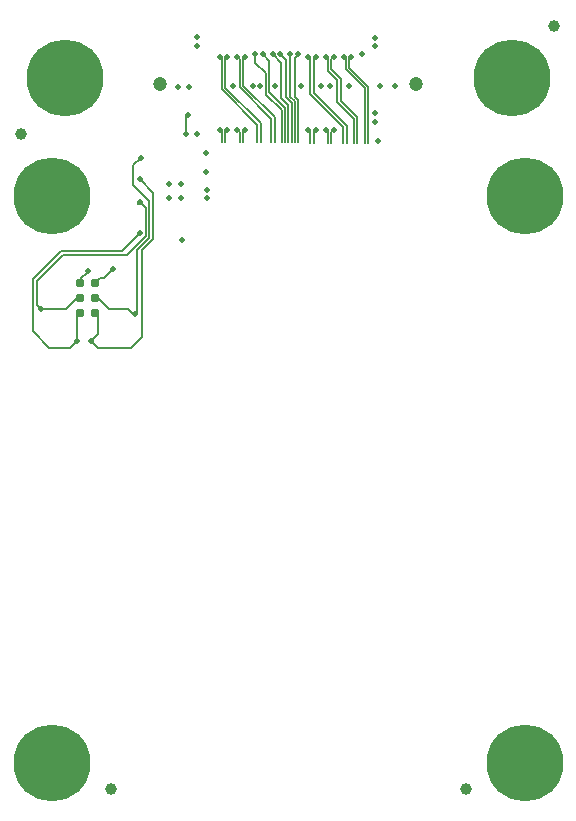
<source format=gbr>
%TF.GenerationSoftware,KiCad,Pcbnew,(6.0.7)*%
%TF.CreationDate,2022-08-04T11:05:02-07:00*%
%TF.ProjectId,SZG-TEMPLATE-TXR,535a472d-5445-44d5-904c-4154452d5458,A*%
%TF.SameCoordinates,Original*%
%TF.FileFunction,Copper,L1,Top*%
%TF.FilePolarity,Positive*%
%FSLAX46Y46*%
G04 Gerber Fmt 4.6, Leading zero omitted, Abs format (unit mm)*
G04 Created by KiCad (PCBNEW (6.0.7)) date 2022-08-04 11:05:02*
%MOMM*%
%LPD*%
G01*
G04 APERTURE LIST*
%TA.AperFunction,SMDPad,CuDef*%
%ADD10C,1.000000*%
%TD*%
%TA.AperFunction,ConnectorPad*%
%ADD11C,6.500000*%
%TD*%
%TA.AperFunction,ComponentPad*%
%ADD12C,3.600000*%
%TD*%
%TA.AperFunction,ConnectorPad*%
%ADD13C,0.787400*%
%TD*%
%TA.AperFunction,ComponentPad*%
%ADD14C,1.200000*%
%TD*%
%TA.AperFunction,ViaPad*%
%ADD15C,0.508000*%
%TD*%
%TA.AperFunction,Conductor*%
%ADD16C,0.177800*%
%TD*%
%TA.AperFunction,Conductor*%
%ADD17C,0.133350*%
%TD*%
%TA.AperFunction,Conductor*%
%ADD18C,0.152400*%
%TD*%
G04 APERTURE END LIST*
D10*
%TO.P,FID6,*%
%TO.N,*%
X164873000Y-61365000D03*
%TD*%
%TO.P,FID7,*%
%TO.N,*%
X127400000Y-126000000D03*
%TD*%
%TO.P,FID8,*%
%TO.N,*%
X157400000Y-126000000D03*
%TD*%
D11*
%TO.P,H1,1,1*%
%TO.N,unconnected-(H1-Pad1)*%
X123490000Y-65800000D03*
D12*
X123490000Y-65800000D03*
%TD*%
D11*
%TO.P,H2,1,1*%
%TO.N,unconnected-(H2-Pad1)*%
X161310000Y-65800000D03*
D12*
X161310000Y-65800000D03*
%TD*%
%TO.P,H3,1,1*%
%TO.N,unconnected-(H3-Pad1)*%
X122400000Y-75800000D03*
D11*
X122400000Y-75800000D03*
%TD*%
D12*
%TO.P,H4,1,1*%
%TO.N,unconnected-(H4-Pad1)*%
X162400000Y-75800000D03*
D11*
X162400000Y-75800000D03*
%TD*%
D12*
%TO.P,H5,1,1*%
%TO.N,unconnected-(H5-Pad1)*%
X122400000Y-123800000D03*
D11*
X122400000Y-123800000D03*
%TD*%
%TO.P,H6,1,1*%
%TO.N,unconnected-(H6-Pad1)*%
X162400000Y-123800000D03*
D12*
X162400000Y-123800000D03*
%TD*%
D10*
%TO.P,FID5,*%
%TO.N,*%
X119762000Y-70578000D03*
%TD*%
D13*
%TO.P,J2,1,Pin_1*%
%TO.N,/MCU_MISO*%
X126035000Y-85670000D03*
%TO.P,J2,2,Pin_2*%
%TO.N,+3V3*%
X124765000Y-85670000D03*
%TO.P,J2,3,Pin_3*%
%TO.N,/MCU_SCL_USCK*%
X126035000Y-84400000D03*
%TO.P,J2,4,Pin_4*%
%TO.N,/MCU_SDA_MOSI*%
X124765000Y-84400000D03*
%TO.P,J2,5,Pin_5*%
%TO.N,/MCU_RESET_B*%
X126035000Y-83130000D03*
%TO.P,J2,6,Pin_6*%
%TO.N,GND*%
X124765000Y-83130000D03*
%TD*%
D14*
%TO.P,J1,MH*%
%TO.N,N/C*%
X153245320Y-66310000D03*
X131555320Y-66310000D03*
%TD*%
D15*
%TO.N,+5V*%
X134668730Y-62308600D03*
X134668730Y-63100000D03*
%TO.N,GND*%
X125400000Y-82100000D03*
X133057200Y-66544600D03*
X145900320Y-66510000D03*
X139422120Y-66513440D03*
X143500320Y-66510000D03*
X145200320Y-66510000D03*
X150166320Y-66510000D03*
X151436320Y-66510000D03*
X147499320Y-66510000D03*
X141276320Y-66510000D03*
X139975320Y-66513440D03*
X137694920Y-66510000D03*
X135521000Y-75259200D03*
X135394000Y-72135000D03*
X133301600Y-75960800D03*
X132295200Y-74751200D03*
X133301600Y-74751200D03*
X132295200Y-75960800D03*
X134022400Y-66544600D03*
X135419400Y-73786000D03*
%TO.N,+3V3*%
X124500000Y-88050000D03*
X149735520Y-62374800D03*
X149735520Y-63111400D03*
X129850000Y-78925000D03*
X135521000Y-75945000D03*
X134632000Y-70509400D03*
X133412800Y-79501000D03*
%TO.N,/R_GA*%
X133717600Y-70509400D03*
X133920800Y-68932200D03*
%TO.N,/RSVD_38*%
X148650320Y-63788400D03*
%TO.N,/RSVD_37*%
X149995240Y-71092070D03*
%TO.N,/C2P_CLKN*%
X147737710Y-64034600D03*
%TO.N,/C2P_CLKP*%
X147077310Y-64034600D03*
%TO.N,/MCU_SDA_MOSI*%
X121450002Y-85350000D03*
X129806000Y-76326000D03*
%TO.N,/MCU_SCL_USCK*%
X129907600Y-72566800D03*
X129400000Y-85819910D03*
%TO.N,/MCU_MISO*%
X125700000Y-88050000D03*
X129806000Y-74370200D03*
%TO.N,/MCU_RESET_B*%
X127550000Y-81950000D03*
%TO.N,/VIO*%
X149735520Y-69511200D03*
X149735520Y-68800000D03*
%TO.N,/RX0P*%
X136577320Y-70214600D03*
%TO.N,/RX0N*%
X137237720Y-70214600D03*
%TO.N,/TX2P*%
X145577320Y-64034600D03*
%TO.N,/TX1P*%
X138077310Y-64034600D03*
%TO.N,/TX3P*%
X144077310Y-64034600D03*
%TO.N,/S3*%
X141074920Y-63788400D03*
%TO.N,/TX0P*%
X136577320Y-64034600D03*
%TO.N,/S9*%
X143233920Y-63788400D03*
%TO.N,/RX1P*%
X138077320Y-70214600D03*
%TO.N,/RX1N*%
X138737720Y-70214600D03*
%TO.N,/TX2N*%
X146237720Y-64034600D03*
%TO.N,/RX2P*%
X145577320Y-70214600D03*
%TO.N,/S5*%
X141735320Y-63788400D03*
%TO.N,/RX2N*%
X146237720Y-70214600D03*
%TO.N,/TX3N*%
X144737710Y-64034600D03*
%TO.N,/S7*%
X142573520Y-63788400D03*
%TO.N,/S1*%
X140236720Y-63788400D03*
%TO.N,/S0*%
X139576320Y-63788400D03*
%TO.N,/TX1N*%
X138737710Y-64034600D03*
%TO.N,/RX3N*%
X144737710Y-70214600D03*
%TO.N,/TX0N*%
X137237720Y-64034600D03*
%TO.N,/RX3P*%
X144077310Y-70214600D03*
%TD*%
D16*
%TO.N,GND*%
X124765000Y-83130000D02*
X124765000Y-82835000D01*
X125400000Y-82200000D02*
X125400000Y-82100000D01*
X124765000Y-82835000D02*
X125400000Y-82200000D01*
%TO.N,+3V3*%
X124765000Y-85670000D02*
X124500000Y-85935000D01*
X124500000Y-85935000D02*
X124500000Y-88050000D01*
X124500000Y-88050000D02*
X124500000Y-88050000D01*
X120750000Y-87250000D02*
X120750000Y-82850000D01*
X128325000Y-80450000D02*
X129515000Y-79260000D01*
X120750000Y-82850000D02*
X123150000Y-80450000D01*
X123150000Y-80450000D02*
X128325000Y-80450000D01*
X123900000Y-88650000D02*
X122150000Y-88650000D01*
X124500000Y-88050000D02*
X123900000Y-88650000D01*
X122150000Y-88650000D02*
X120750000Y-87250000D01*
X129515000Y-79260000D02*
X129850000Y-78925000D01*
%TO.N,/R_GA*%
X133717600Y-70509400D02*
X133717600Y-69135400D01*
X133717600Y-69135400D02*
X133920800Y-68932200D01*
D17*
%TO.N,/C2P_CLKN*%
X147550385Y-64221925D02*
X147550385Y-64948329D01*
X147550385Y-64948329D02*
X149142875Y-66540819D01*
X149142875Y-66540819D02*
X149142875Y-71300000D01*
X147737710Y-64034600D02*
X147550385Y-64221925D01*
%TO.N,/C2P_CLKP*%
X147264635Y-65066691D02*
X148857125Y-66659181D01*
X148857125Y-66659181D02*
X148857125Y-71300000D01*
X147077310Y-64034600D02*
X147264635Y-64221925D01*
X147264635Y-64221925D02*
X147264635Y-65066691D01*
D16*
%TO.N,/MCU_SDA_MOSI*%
X122000000Y-85350000D02*
X122000000Y-85350000D01*
X130319901Y-76839901D02*
X129806000Y-76326000D01*
X121100000Y-83000000D02*
X123300000Y-80800000D01*
X123300000Y-80800000D02*
X128725000Y-80800000D01*
X123550000Y-85350000D02*
X121450002Y-85350000D01*
X124500000Y-84400000D02*
X123550000Y-85350000D01*
X128725000Y-80800000D02*
X130319901Y-79205099D01*
X130319901Y-79205099D02*
X130319901Y-76839901D01*
X129700000Y-76432000D02*
X129806000Y-76326000D01*
X121450002Y-85350000D02*
X121100000Y-84999998D01*
X121100000Y-84999998D02*
X121100000Y-83000000D01*
X124765000Y-84400000D02*
X124500000Y-84400000D01*
%TO.N,/MCU_SCL_USCK*%
X129275000Y-74837500D02*
X129275000Y-73199400D01*
X126300000Y-84400000D02*
X126035000Y-84400000D01*
X128790045Y-85350000D02*
X127250000Y-85350000D01*
X129400000Y-85819910D02*
X129600000Y-85619910D01*
X129259955Y-85819910D02*
X128790045Y-85350000D01*
X129600000Y-80356066D02*
X130624711Y-79331355D01*
X127250000Y-85350000D02*
X126300000Y-84400000D01*
X129600000Y-85619910D02*
X129600000Y-80356066D01*
X130624711Y-79331355D02*
X130624711Y-76187211D01*
X130624711Y-76187211D02*
X129275000Y-74837500D01*
X129275000Y-73199400D02*
X129907600Y-72566800D01*
X129400000Y-85819910D02*
X129259955Y-85819910D01*
%TO.N,/MCU_MISO*%
X126300000Y-85935000D02*
X126300000Y-87450000D01*
X130929521Y-79457611D02*
X130929521Y-75493721D01*
X130000000Y-80387132D02*
X130929521Y-79457611D01*
X125700000Y-88050000D02*
X126300000Y-88650000D01*
X126035000Y-85670000D02*
X126300000Y-85935000D01*
X129050000Y-88650000D02*
X130000000Y-87700000D01*
X130929521Y-75493721D02*
X129806000Y-74370200D01*
X126300000Y-88650000D02*
X129050000Y-88650000D01*
X130000000Y-87700000D02*
X130000000Y-80387132D01*
X126300000Y-87450000D02*
X125700000Y-88050000D01*
%TO.N,/MCU_RESET_B*%
X126763699Y-82736301D02*
X127550000Y-81950000D01*
X126428699Y-82736301D02*
X126763699Y-82736301D01*
X126035000Y-83130000D02*
X126428699Y-82736301D01*
X127550000Y-81950000D02*
X127550000Y-81950000D01*
D17*
%TO.N,/RX0P*%
X136577320Y-70214600D02*
X136764645Y-70401925D01*
X136764645Y-70401925D02*
X136764645Y-71200000D01*
%TO.N,/RX0N*%
X137050395Y-70401925D02*
X137050395Y-71200000D01*
X137237720Y-70214600D02*
X137050395Y-70401925D01*
%TO.N,/TX2P*%
X146557125Y-67859181D02*
X147957125Y-69259181D01*
X145764645Y-64221925D02*
X145764645Y-65166701D01*
X147957125Y-69259181D02*
X147957125Y-71300000D01*
X146557125Y-65959181D02*
X146557125Y-67859181D01*
X145764645Y-65166701D02*
X146557125Y-65959181D01*
X145577320Y-64034600D02*
X145764645Y-64221925D01*
%TO.N,/TX1P*%
X138077310Y-64034600D02*
X138264635Y-64221925D01*
X138264635Y-66566691D02*
X140957125Y-69259181D01*
X138264635Y-64221925D02*
X138264635Y-66566691D01*
X140957125Y-69259181D02*
X140957125Y-71200000D01*
%TO.N,/TX3P*%
X147057125Y-69959181D02*
X147057125Y-71300000D01*
X144077310Y-64034600D02*
X144264635Y-64221925D01*
X144264635Y-67166691D02*
X147057125Y-69959181D01*
X144264635Y-64221925D02*
X144264635Y-67166691D01*
D18*
%TO.N,/S3*%
X142400320Y-71210000D02*
X142400320Y-68109980D01*
X141074920Y-63788400D02*
X141816870Y-64530350D01*
X141816870Y-64530350D02*
X141816870Y-67526530D01*
X141816870Y-67526530D02*
X142400320Y-68109980D01*
D17*
%TO.N,/TX0P*%
X136764645Y-66766701D02*
X139757125Y-69759181D01*
X136764645Y-64221925D02*
X136764645Y-66766701D01*
X139757125Y-69759181D02*
X139757125Y-71200000D01*
X136577320Y-64034600D02*
X136764645Y-64221925D01*
D18*
%TO.N,/S9*%
X143238520Y-71210000D02*
X143238520Y-67648170D01*
X142955950Y-67365610D02*
X143238520Y-67648170D01*
X142955950Y-67365610D02*
X142955950Y-64066360D01*
X142955950Y-64066360D02*
X143233920Y-63788400D01*
D17*
%TO.N,/RX1P*%
X138077320Y-70214600D02*
X138264645Y-70401925D01*
X138264645Y-70401925D02*
X138264645Y-71200000D01*
%TO.N,/RX1N*%
X138550395Y-70401925D02*
X138550395Y-71200000D01*
X138737720Y-70214600D02*
X138550395Y-70401925D01*
%TO.N,/TX2N*%
X146237720Y-64034600D02*
X146050395Y-64221925D01*
X146050395Y-64221925D02*
X146050395Y-65048339D01*
X146050395Y-65048339D02*
X146842875Y-65840819D01*
X148242875Y-69140819D02*
X148242875Y-71300000D01*
X146842875Y-65840819D02*
X146842875Y-67740819D01*
X146842875Y-67740819D02*
X148242875Y-69140819D01*
%TO.N,/RX2P*%
X145764645Y-70401925D02*
X145764645Y-71300000D01*
X145577320Y-70214600D02*
X145764645Y-70401925D01*
D18*
%TO.N,/S5*%
X141735320Y-63788400D02*
X142213590Y-64266670D01*
X142679720Y-71210000D02*
X142679720Y-67889360D01*
X142213590Y-67423244D02*
X142679713Y-67889367D01*
X142213590Y-64266670D02*
X142213590Y-67423244D01*
D17*
%TO.N,/RX2N*%
X146050395Y-70401925D02*
X146050395Y-71300000D01*
X146237720Y-70214600D02*
X146050395Y-70401925D01*
%TO.N,/TX3N*%
X144550385Y-67048329D02*
X147342875Y-69840819D01*
X147342875Y-69840819D02*
X147342875Y-71300000D01*
X144737710Y-64034600D02*
X144550385Y-64221925D01*
X144550385Y-64221925D02*
X144550385Y-67048329D01*
D18*
%TO.N,/S7*%
X142959120Y-71210000D02*
X142959120Y-67773630D01*
X142573520Y-67388030D02*
X142573520Y-63788400D01*
X142573520Y-67388030D02*
X142959120Y-67773630D01*
%TO.N,/S1*%
X140236720Y-63788400D02*
X140800320Y-64352000D01*
X140800320Y-67005174D02*
X142120920Y-68325774D01*
X140800320Y-64352000D02*
X140800320Y-67005174D01*
X142120920Y-68325774D02*
X142120920Y-71210000D01*
%TO.N,/S0*%
X141828980Y-68700000D02*
X141828980Y-71210000D01*
X140500000Y-65409680D02*
X140500000Y-67200000D01*
X141828980Y-68528980D02*
X141828980Y-68700000D01*
X139576320Y-63788400D02*
X139576320Y-64486000D01*
X140500000Y-67200000D02*
X141828980Y-68528980D01*
X139576320Y-64486000D02*
X140500000Y-65409680D01*
D17*
%TO.N,/TX1N*%
X141242875Y-69140819D02*
X141242875Y-71200000D01*
X138550385Y-64221925D02*
X138550385Y-66448329D01*
X138737710Y-64034600D02*
X138550385Y-64221925D01*
X138550385Y-66448329D02*
X141242875Y-69140819D01*
%TO.N,/RX3N*%
X144737710Y-70214600D02*
X144550385Y-70401925D01*
X144550385Y-70401925D02*
X144550385Y-71300000D01*
%TO.N,/TX0N*%
X140042875Y-69640819D02*
X140042875Y-71200000D01*
X137237720Y-64034600D02*
X137050395Y-64221925D01*
X137050395Y-66648339D02*
X140042875Y-69640819D01*
X137050395Y-64221925D02*
X137050395Y-66648339D01*
%TO.N,/RX3P*%
X144077310Y-70214600D02*
X144264635Y-70401925D01*
X144264635Y-70401925D02*
X144264635Y-71300000D01*
%TD*%
M02*

</source>
